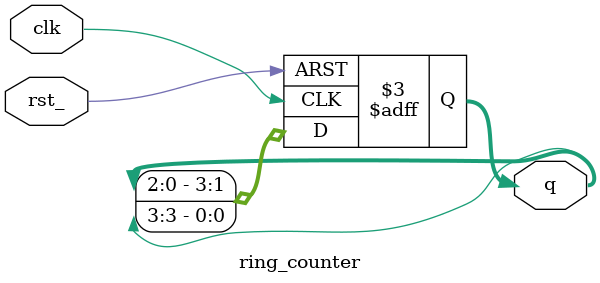
<source format=v>
`timescale 1ns / 1ps


module ring_counter(
input wire clk, rst_,
output reg  [3:0] q
    );
 
always@(posedge clk or negedge rst_) begin
if (!rst_) 
q <= 4'b1000;
else begin
q[3] <= q[2] ;
q[2] <= q[1];
q[1] <= q[0];
q[0] <= q[3];
end
end 
    
endmodule

 
</source>
